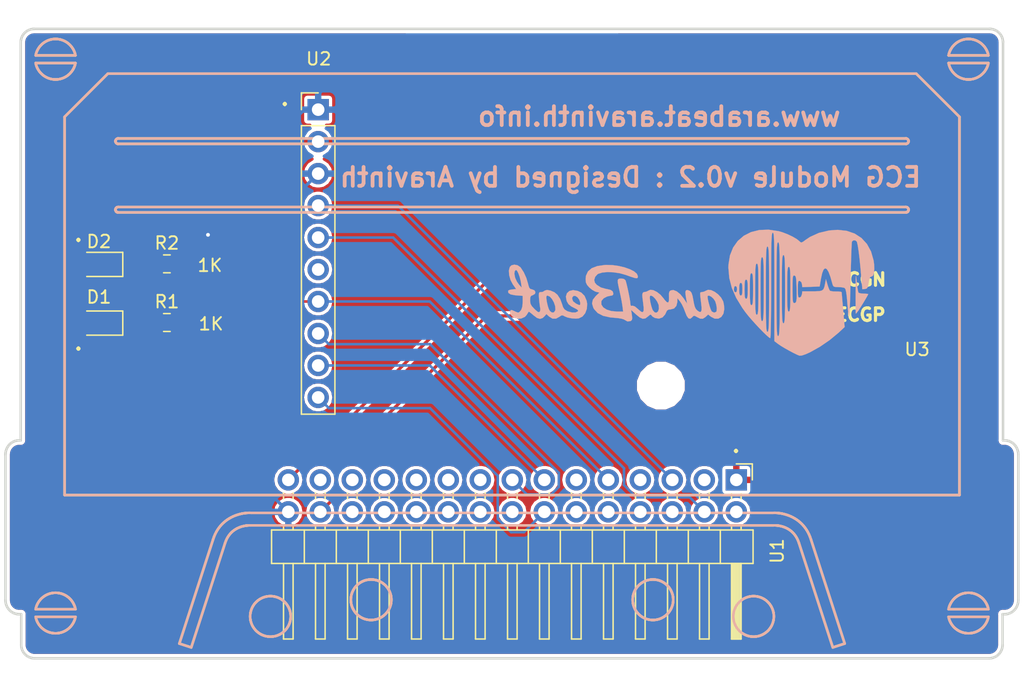
<source format=kicad_pcb>
(kicad_pcb (version 20171130) (host pcbnew "(5.0.1-3-g963ef8bb5)")
  (layers (0 F.Cu mixed) (31 B.Cu mixed) (34 B.Paste user) (35 F.Paste user) (36 B.SilkS user) (37 F.SilkS user) (38 B.Mask user) (39 F.Mask user) (44 Edge.Cuts user))
  (net 0 "")
  (net 1 "Net-(D1-Pad1)")
  (net 2 D7)
  (net 3 5V)
  (net 4 "Net-(D2-Pad1)")
  (net 5 GND)
  (net 6 D2)
  (net 7 D3)
  (net 8 D11)
  (net 9 D12)
  (net 10 D13)
  (net 11 ECGP)
  (net 12 ECGN)
  (net 13 "Net-(U2-Pad6)")
  (net 14 "Net-(U1-Pad2)")
  (net 15 "Net-(U1-Pad3)")
  (net 16 "Net-(U1-Pad6)")
  (net 17 "Net-(U1-Pad7)")
  (net 18 "Net-(U1-Pad8)")
  (net 19 "Net-(U1-Pad10)")
  (net 20 "Net-(U1-Pad11)")
  (net 21 "Net-(U1-Pad12)")
  (net 22 "Net-(U1-Pad16)")
  (net 23 "Net-(U1-Pad17)")
  (net 24 "Net-(U1-Pad18)")
  (net 25 "Net-(U1-Pad19)")
  (net 26 "Net-(U1-Pad20)")
  (net 27 "Net-(U1-Pad21)")
  (net 28 "Net-(U1-Pad22)")
  (net 29 "Net-(U1-Pad23)")
  (net 30 "Net-(U1-Pad24)")
  (net 31 "Net-(U1-Pad25)")
  (net 32 "Net-(U1-Pad26)")
  (net 33 "Net-(U1-Pad27)")
  (module PROTOCENTRAL:MAX30003 (layer F.Cu) (at 125 106.591)
    (fp_text reference U2 (at 0.0442 -4.0312) (layer F.SilkS))
    (fp_text value MAX30003)
    (pad "" np_thru_hole circle (at 27.2034 21.9202) (size 3.3 3.3) (drill 3.3) (layers *.Cu *.Mask))
    (pad 10 thru_hole oval (at 0 22.86) (size 1.7 1.7) (drill 1) (layers *.Cu *.Mask) (net 9 D12))
    (pad 9 thru_hole oval (at 0 20.32) (size 1.7 1.7) (drill 1) (layers *.Cu *.Mask) (net 8 D11))
    (pad 8 thru_hole oval (at 0 17.78) (size 1.7 1.7) (drill 1) (layers *.Cu *.Mask) (net 10 D13))
    (pad 7 thru_hole oval (at 0 15.24) (size 1.7 1.7) (drill 1) (layers *.Cu *.Mask) (net 2 D7))
    (pad 6 thru_hole oval (at 0 12.7) (size 1.7 1.7) (drill 1) (layers *.Cu *.Mask) (net 13 "Net-(U2-Pad6)"))
    (pad 5 thru_hole oval (at 0 10.16) (size 1.7 1.7) (drill 1) (layers *.Cu *.Mask) (net 6 D2))
    (pad 4 thru_hole oval (at 0 7.62) (size 1.7 1.7) (drill 1) (layers *.Cu *.Mask) (net 7 D3))
    (pad 3 thru_hole oval (at 0 5.08) (size 1.7 1.7) (drill 1) (layers *.Cu *.Mask) (net 5 GND))
    (pad 2 thru_hole oval (at 0 2.54) (size 1.7 1.7) (drill 1) (layers *.Cu *.Mask) (net 3 5V))
    (pad 1 thru_hole rect (at 0 0) (size 1.7 1.7) (drill 1) (layers *.Cu *.Mask) (net 5 GND))
  )
  (module LED_SMD:LED_0805_2012Metric_Pad1.15x1.40mm_HandSolder (layer F.Cu) (at 107.632 123.546 180)
    (fp_text reference D1 (at 0.03302 2.06756 180) (layer F.SilkS))
    (fp_text value RED_STATUS_LED)
    (pad 2 smd roundrect (at 1.025 0 180) (size 1.15 1.4) (layers F.Cu F.Paste F.Mask) (roundrect_rratio 0.217391) (net 2 D7))
    (pad 1 smd roundrect (at -1.025 0 180) (size 1.15 1.4) (layers F.Cu F.Paste F.Mask) (roundrect_rratio 0.217391) (net 1 "Net-(D1-Pad1)"))
  )
  (module LED_SMD:LED_0805_2012Metric_Pad1.15x1.40mm_HandSolder (layer F.Cu) (at 107.632 118.885 180)
    (fp_text reference D2 (at 0.03302 1.8161 180) (layer F.SilkS))
    (fp_text value GREEN_PWR_LED)
    (pad 2 smd roundrect (at 1.025 0 180) (size 1.15 1.4) (layers F.Cu F.Paste F.Mask) (roundrect_rratio 0.217391) (net 3 5V))
    (pad 1 smd roundrect (at -1.025 0 180) (size 1.15 1.4) (layers F.Cu F.Paste F.Mask) (roundrect_rratio 0.217391) (net 4 "Net-(D2-Pad1)"))
  )
  (module Resistor_SMD:R_0805_2012Metric_Pad1.15x1.40mm_HandSolder (layer F.Cu) (at 112.992 123.501)
    (fp_text reference R1 (at 0 -1.65) (layer F.SilkS))
    (fp_text value 1K (at 3.5052 0.1085) (layer F.SilkS))
    (pad 2 smd roundrect (at 1.025 0) (size 1.15 1.4) (layers F.Cu F.Paste F.Mask) (roundrect_rratio 0.217391) (net 5 GND))
    (pad 1 smd roundrect (at -1.025 0) (size 1.15 1.4) (layers F.Cu F.Paste F.Mask) (roundrect_rratio 0.217391) (net 1 "Net-(D1-Pad1)"))
  )
  (module Resistor_SMD:R_0805_2012Metric_Pad1.15x1.40mm_HandSolder (layer F.Cu) (at 112.992 118.84)
    (fp_text reference R2 (at 0 -1.65) (layer F.SilkS))
    (fp_text value 1K (at 3.4163 0.1212) (layer F.SilkS))
    (pad 2 smd roundrect (at 1.025 0) (size 1.15 1.4) (layers F.Cu F.Paste F.Mask) (roundrect_rratio 0.217391) (net 5 GND))
    (pad 1 smd roundrect (at -1.025 0) (size 1.15 1.4) (layers F.Cu F.Paste F.Mask) (roundrect_rratio 0.217391) (net 4 "Net-(D2-Pad1)"))
  )
  (module Connector_PinHeader_2.54mm:PinHeader_2x15_P2.54mm_Horizontal (layer F.Cu) (at 158.191 136 270)
    (fp_text reference U1 (at 5.65404 -3.24104 270) (layer F.SilkS))
    (fp_text value 02x15_PIN_HEADER_SOCKET)
    (pad 30 thru_hole oval (at 2.54 35.56 270) (size 1.7 1.7) (drill 1) (layers *.Cu *.Mask) (net 5 GND))
    (pad 29 thru_hole oval (at 0 35.56 270) (size 1.7 1.7) (drill 1) (layers *.Cu *.Mask) (net 12 ECGN))
    (pad 28 thru_hole oval (at 2.54 33.02 270) (size 1.7 1.7) (drill 1) (layers *.Cu *.Mask) (net 11 ECGP))
    (pad 27 thru_hole oval (at 0 33.02 270) (size 1.7 1.7) (drill 1) (layers *.Cu *.Mask) (net 33 "Net-(U1-Pad27)"))
    (pad 26 thru_hole oval (at 2.54 30.48 270) (size 1.7 1.7) (drill 1) (layers *.Cu *.Mask) (net 32 "Net-(U1-Pad26)"))
    (pad 25 thru_hole oval (at 0 30.48 270) (size 1.7 1.7) (drill 1) (layers *.Cu *.Mask) (net 31 "Net-(U1-Pad25)"))
    (pad 24 thru_hole oval (at 2.54 27.94 270) (size 1.7 1.7) (drill 1) (layers *.Cu *.Mask) (net 30 "Net-(U1-Pad24)"))
    (pad 23 thru_hole oval (at 0 27.94 270) (size 1.7 1.7) (drill 1) (layers *.Cu *.Mask) (net 29 "Net-(U1-Pad23)"))
    (pad 22 thru_hole oval (at 2.54 25.4 270) (size 1.7 1.7) (drill 1) (layers *.Cu *.Mask) (net 28 "Net-(U1-Pad22)"))
    (pad 21 thru_hole oval (at 0 25.4 270) (size 1.7 1.7) (drill 1) (layers *.Cu *.Mask) (net 27 "Net-(U1-Pad21)"))
    (pad 20 thru_hole oval (at 2.54 22.86 270) (size 1.7 1.7) (drill 1) (layers *.Cu *.Mask) (net 26 "Net-(U1-Pad20)"))
    (pad 19 thru_hole oval (at 0 22.86 270) (size 1.7 1.7) (drill 1) (layers *.Cu *.Mask) (net 25 "Net-(U1-Pad19)"))
    (pad 18 thru_hole oval (at 2.54 20.32 270) (size 1.7 1.7) (drill 1) (layers *.Cu *.Mask) (net 24 "Net-(U1-Pad18)"))
    (pad 17 thru_hole oval (at 0 20.32 270) (size 1.7 1.7) (drill 1) (layers *.Cu *.Mask) (net 23 "Net-(U1-Pad17)"))
    (pad 16 thru_hole oval (at 2.54 17.78 270) (size 1.7 1.7) (drill 1) (layers *.Cu *.Mask) (net 22 "Net-(U1-Pad16)"))
    (pad 15 thru_hole oval (at 0 17.78 270) (size 1.7 1.7) (drill 1) (layers *.Cu *.Mask) (net 10 D13))
    (pad 14 thru_hole oval (at 2.54 15.24 270) (size 1.7 1.7) (drill 1) (layers *.Cu *.Mask) (net 9 D12))
    (pad 13 thru_hole oval (at 0 15.24 270) (size 1.7 1.7) (drill 1) (layers *.Cu *.Mask) (net 8 D11))
    (pad 12 thru_hole oval (at 2.54 12.7 270) (size 1.7 1.7) (drill 1) (layers *.Cu *.Mask) (net 21 "Net-(U1-Pad12)"))
    (pad 11 thru_hole oval (at 0 12.7 270) (size 1.7 1.7) (drill 1) (layers *.Cu *.Mask) (net 20 "Net-(U1-Pad11)"))
    (pad 10 thru_hole oval (at 2.54 10.16 270) (size 1.7 1.7) (drill 1) (layers *.Cu *.Mask) (net 19 "Net-(U1-Pad10)"))
    (pad 9 thru_hole oval (at 0 10.16 270) (size 1.7 1.7) (drill 1) (layers *.Cu *.Mask) (net 2 D7))
    (pad 8 thru_hole oval (at 2.54 7.62 270) (size 1.7 1.7) (drill 1) (layers *.Cu *.Mask) (net 18 "Net-(U1-Pad8)"))
    (pad 7 thru_hole oval (at 0 7.62 270) (size 1.7 1.7) (drill 1) (layers *.Cu *.Mask) (net 17 "Net-(U1-Pad7)"))
    (pad 6 thru_hole oval (at 2.54 5.08 270) (size 1.7 1.7) (drill 1) (layers *.Cu *.Mask) (net 16 "Net-(U1-Pad6)"))
    (pad 5 thru_hole oval (at 0 5.08 270) (size 1.7 1.7) (drill 1) (layers *.Cu *.Mask) (net 7 D3))
    (pad 4 thru_hole oval (at 2.54 2.54 270) (size 1.7 1.7) (drill 1) (layers *.Cu *.Mask) (net 6 D2))
    (pad 3 thru_hole oval (at 0 2.54 270) (size 1.7 1.7) (drill 1) (layers *.Cu *.Mask) (net 15 "Net-(U1-Pad3)"))
    (pad 2 thru_hole oval (at 2.54 0 270) (size 1.7 1.7) (drill 1) (layers *.Cu *.Mask) (net 14 "Net-(U1-Pad2)"))
    (pad 1 thru_hole rect (at 0 0 270) (size 1.7 1.7) (drill 1) (layers *.Cu *.Mask) (net 3 5V))
  )
  (module ARABEAT:ECG-CASSETTE-SILKSCREEN-EDGECUT (layer F.Cu) (at 100 100)
    (fp_text reference SILK hide)
    (fp_text value CASSETTE-SILKSCREEN)
    (fp_line (start 79.361002 32.865871) (end 79.361002 1.249153) (layer Edge.Cuts) (width 0.2))
    (fp_line (start 79.577737 32.868496) (end 79.504293 32.865871) (layer Edge.Cuts) (width 0.2))
    (fp_line (start 79.649852 32.876258) (end 79.577737 32.868496) (layer Edge.Cuts) (width 0.2))
    (fp_line (start 79.720478 32.888989) (end 79.649852 32.876258) (layer Edge.Cuts) (width 0.2))
    (fp_line (start 79.789457 32.906517) (end 79.720478 32.888989) (layer Edge.Cuts) (width 0.2))
    (fp_line (start 79.856628 32.928675) (end 79.789457 32.906517) (layer Edge.Cuts) (width 0.2))
    (fp_line (start 79.921831 32.955292) (end 79.856628 32.928675) (layer Edge.Cuts) (width 0.2))
    (fp_line (start 79.984907 32.986199) (end 79.921831 32.955292) (layer Edge.Cuts) (width 0.2))
    (fp_line (start 80.045697 33.021227) (end 79.984907 32.986199) (layer Edge.Cuts) (width 0.2))
    (fp_line (start 80.104039 33.060206) (end 80.045697 33.021227) (layer Edge.Cuts) (width 0.2))
    (fp_line (start 80.159775 33.102967) (end 80.104039 33.060206) (layer Edge.Cuts) (width 0.2))
    (fp_line (start 80.212745 33.14934) (end 80.159775 33.102967) (layer Edge.Cuts) (width 0.2))
    (fp_line (start 80.262789 33.199156) (end 80.212745 33.14934) (layer Edge.Cuts) (width 0.2))
    (fp_line (start 80.309748 33.252245) (end 80.262789 33.199156) (layer Edge.Cuts) (width 0.2))
    (fp_line (start 80.353461 33.308438) (end 80.309748 33.252245) (layer Edge.Cuts) (width 0.2))
    (fp_line (start 80.393769 33.367566) (end 80.353461 33.308438) (layer Edge.Cuts) (width 0.2))
    (fp_line (start 80.430512 33.429459) (end 80.393769 33.367566) (layer Edge.Cuts) (width 0.2))
    (fp_line (start 80.463531 33.493947) (end 80.430512 33.429459) (layer Edge.Cuts) (width 0.2))
    (fp_line (start 80.492665 33.560861) (end 80.463531 33.493947) (layer Edge.Cuts) (width 0.2))
    (fp_line (start 80.517756 33.630033) (end 80.492665 33.560861) (layer Edge.Cuts) (width 0.2))
    (fp_line (start 80.538643 33.701291) (end 80.517756 33.630033) (layer Edge.Cuts) (width 0.2))
    (fp_line (start 80.555166 33.774467) (end 80.538643 33.701291) (layer Edge.Cuts) (width 0.2))
    (fp_line (start 80.567166 33.849392) (end 80.555166 33.774467) (layer Edge.Cuts) (width 0.2))
    (fp_line (start 80.574483 33.925895) (end 80.567166 33.849392) (layer Edge.Cuts) (width 0.2))
    (fp_line (start 80.576958 34.003808) (end 80.574483 33.925895) (layer Edge.Cuts) (width 0.2))
    (fp_line (start 80.576958 45.533635) (end 80.576958 34.003808) (layer Edge.Cuts) (width 0.2))
    (fp_line (start 80.574483 45.611511) (end 80.576958 45.533635) (layer Edge.Cuts) (width 0.2))
    (fp_line (start 80.567166 45.687981) (end 80.574483 45.611511) (layer Edge.Cuts) (width 0.2))
    (fp_line (start 80.555166 45.762874) (end 80.567166 45.687981) (layer Edge.Cuts) (width 0.2))
    (fp_line (start 80.538643 45.836022) (end 80.555166 45.762874) (layer Edge.Cuts) (width 0.2))
    (fp_line (start 80.517756 45.907255) (end 80.538643 45.836022) (layer Edge.Cuts) (width 0.2))
    (fp_line (start 80.492665 45.976403) (end 80.517756 45.907255) (layer Edge.Cuts) (width 0.2))
    (fp_line (start 80.463531 46.043297) (end 80.492665 45.976403) (layer Edge.Cuts) (width 0.2))
    (fp_line (start 80.430512 46.107767) (end 80.463531 46.043297) (layer Edge.Cuts) (width 0.2))
    (fp_line (start 80.393769 46.169643) (end 80.430512 46.107767) (layer Edge.Cuts) (width 0.2))
    (fp_line (start 80.353461 46.228757) (end 80.393769 46.169643) (layer Edge.Cuts) (width 0.2))
    (fp_line (start 80.309748 46.284937) (end 80.353461 46.228757) (layer Edge.Cuts) (width 0.2))
    (fp_line (start 80.262789 46.338016) (end 80.309748 46.284937) (layer Edge.Cuts) (width 0.2))
    (fp_line (start 80.212745 46.387823) (end 80.262789 46.338016) (layer Edge.Cuts) (width 0.2))
    (fp_line (start 80.159775 46.434188) (end 80.212745 46.387823) (layer Edge.Cuts) (width 0.2))
    (fp_line (start 80.104039 46.476943) (end 80.159775 46.434188) (layer Edge.Cuts) (width 0.2))
    (fp_line (start 80.045697 46.515917) (end 80.104039 46.476943) (layer Edge.Cuts) (width 0.2))
    (fp_line (start 79.984907 46.550941) (end 80.045697 46.515917) (layer Edge.Cuts) (width 0.2))
    (fp_line (start 79.921831 46.581845) (end 79.984907 46.550941) (layer Edge.Cuts) (width 0.2))
    (fp_line (start 79.856628 46.60846) (end 79.921831 46.581845) (layer Edge.Cuts) (width 0.2))
    (fp_line (start 79.789457 46.630617) (end 79.856628 46.60846) (layer Edge.Cuts) (width 0.2))
    (fp_line (start 79.720478 46.648144) (end 79.789457 46.630617) (layer Edge.Cuts) (width 0.2))
    (fp_line (start 79.649852 46.660874) (end 79.720478 46.648144) (layer Edge.Cuts) (width 0.2))
    (fp_line (start 79.577737 46.668636) (end 79.649852 46.660874) (layer Edge.Cuts) (width 0.2))
    (fp_line (start 79.504293 46.671262) (end 79.577737 46.668636) (layer Edge.Cuts) (width 0.2))
    (fp_line (start 79.325256 46.671262) (end 79.504293 46.671262) (layer Edge.Cuts) (width 0.2))
    (fp_line (start 79.325256 49.103484) (end 79.325256 46.671262) (layer Edge.Cuts) (width 0.2))
    (fp_line (start 79.32278 49.176929) (end 79.325256 49.103484) (layer Edge.Cuts) (width 0.2))
    (fp_line (start 79.315459 49.249049) (end 79.32278 49.176929) (layer Edge.Cuts) (width 0.2))
    (fp_line (start 79.303451 49.319683) (end 79.315459 49.249049) (layer Edge.Cuts) (width 0.2))
    (fp_line (start 79.286918 49.388671) (end 79.303451 49.319683) (layer Edge.Cuts) (width 0.2))
    (fp_line (start 79.26602 49.455854) (end 79.286918 49.388671) (layer Edge.Cuts) (width 0.2))
    (fp_line (start 79.240915 49.521071) (end 79.26602 49.455854) (layer Edge.Cuts) (width 0.2))
    (fp_line (start 79.211766 49.584163) (end 79.240915 49.521071) (layer Edge.Cuts) (width 0.2))
    (fp_line (start 79.17873 49.644969) (end 79.211766 49.584163) (layer Edge.Cuts) (width 0.2))
    (fp_line (start 79.141969 49.703329) (end 79.17873 49.644969) (layer Edge.Cuts) (width 0.2))
    (fp_line (start 79.101643 49.759084) (end 79.141969 49.703329) (layer Edge.Cuts) (width 0.2))
    (fp_line (start 79.05791 49.812073) (end 79.101643 49.759084) (layer Edge.Cuts) (width 0.2))
    (fp_line (start 79.010933 49.862136) (end 79.05791 49.812073) (layer Edge.Cuts) (width 0.2))
    (fp_line (start 78.960869 49.909114) (end 79.010933 49.862136) (layer Edge.Cuts) (width 0.2))
    (fp_line (start 78.90788 49.952846) (end 78.960869 49.909114) (layer Edge.Cuts) (width 0.2))
    (fp_line (start 78.852126 49.993173) (end 78.90788 49.952846) (layer Edge.Cuts) (width 0.2))
    (fp_line (start 78.793765 50.029934) (end 78.852126 49.993173) (layer Edge.Cuts) (width 0.2))
    (fp_line (start 78.732959 50.062969) (end 78.793765 50.029934) (layer Edge.Cuts) (width 0.2))
    (fp_line (start 78.669868 50.092119) (end 78.732959 50.062969) (layer Edge.Cuts) (width 0.2))
    (fp_line (start 78.604651 50.117223) (end 78.669868 50.092119) (layer Edge.Cuts) (width 0.2))
    (fp_line (start 78.537468 50.138122) (end 78.604651 50.117223) (layer Edge.Cuts) (width 0.2))
    (fp_line (start 78.46848 50.154655) (end 78.537468 50.138122) (layer Edge.Cuts) (width 0.2))
    (fp_line (start 78.397846 50.166662) (end 78.46848 50.154655) (layer Edge.Cuts) (width 0.2))
    (fp_line (start 78.325726 50.173984) (end 78.397846 50.166662) (layer Edge.Cuts) (width 0.2))
    (fp_line (start 78.252281 50.17646) (end 78.325726 50.173984) (layer Edge.Cuts) (width 0.2))
    (fp_line (start 2.500897 50.17646) (end 78.252281 50.17646) (layer Edge.Cuts) (width 0.2))
    (fp_line (start 2.427451 50.173984) (end 2.500897 50.17646) (layer Edge.Cuts) (width 0.2))
    (fp_line (start 2.355332 50.166662) (end 2.427451 50.173984) (layer Edge.Cuts) (width 0.2))
    (fp_line (start 2.284698 50.154655) (end 2.355332 50.166662) (layer Edge.Cuts) (width 0.2))
    (fp_line (start 2.215709 50.138122) (end 2.284698 50.154655) (layer Edge.Cuts) (width 0.2))
    (fp_line (start 2.148526 50.117223) (end 2.215709 50.138122) (layer Edge.Cuts) (width 0.2))
    (fp_line (start 2.083309 50.092119) (end 2.148526 50.117223) (layer Edge.Cuts) (width 0.2))
    (fp_line (start 2.020218 50.062969) (end 2.083309 50.092119) (layer Edge.Cuts) (width 0.2))
    (fp_line (start 1.959412 50.029934) (end 2.020218 50.062969) (layer Edge.Cuts) (width 0.2))
    (fp_line (start 1.901052 49.993173) (end 1.959412 50.029934) (layer Edge.Cuts) (width 0.2))
    (fp_line (start 1.845297 49.952846) (end 1.901052 49.993173) (layer Edge.Cuts) (width 0.2))
    (fp_line (start 1.792308 49.909114) (end 1.845297 49.952846) (layer Edge.Cuts) (width 0.2))
    (fp_line (start 1.742245 49.862136) (end 1.792308 49.909114) (layer Edge.Cuts) (width 0.2))
    (fp_line (start 1.695267 49.812073) (end 1.742245 49.862136) (layer Edge.Cuts) (width 0.2))
    (fp_line (start 1.651535 49.759084) (end 1.695267 49.812073) (layer Edge.Cuts) (width 0.2))
    (fp_line (start 1.611209 49.703329) (end 1.651535 49.759084) (layer Edge.Cuts) (width 0.2))
    (fp_line (start 1.574448 49.644969) (end 1.611209 49.703329) (layer Edge.Cuts) (width 0.2))
    (fp_line (start 1.541413 49.584163) (end 1.574448 49.644969) (layer Edge.Cuts) (width 0.2))
    (fp_line (start 1.512263 49.521071) (end 1.541413 49.584163) (layer Edge.Cuts) (width 0.2))
    (fp_line (start 1.487159 49.455854) (end 1.512263 49.521071) (layer Edge.Cuts) (width 0.2))
    (fp_line (start 1.46626 49.388671) (end 1.487159 49.455854) (layer Edge.Cuts) (width 0.2))
    (fp_line (start 1.449727 49.319683) (end 1.46626 49.388671) (layer Edge.Cuts) (width 0.2))
    (fp_line (start 1.43772 49.249049) (end 1.449727 49.319683) (layer Edge.Cuts) (width 0.2))
    (fp_line (start 1.430398 49.176929) (end 1.43772 49.249049) (layer Edge.Cuts) (width 0.2))
    (fp_line (start 1.427922 49.103484) (end 1.430398 49.176929) (layer Edge.Cuts) (width 0.2))
    (fp_line (start 1.427922 46.671262) (end 1.427922 49.103484) (layer Edge.Cuts) (width 0.2))
    (fp_line (start 1.249506 46.671262) (end 1.427922 46.671262) (layer Edge.Cuts) (width 0.2))
    (fp_line (start 1.176025 46.668636) (end 1.249506 46.671262) (layer Edge.Cuts) (width 0.2))
    (fp_line (start 1.103875 46.660874) (end 1.176025 46.668636) (layer Edge.Cuts) (width 0.2))
    (fp_line (start 1.033217 46.648144) (end 1.103875 46.660874) (layer Edge.Cuts) (width 0.2))
    (fp_line (start 0.96421 46.630617) (end 1.033217 46.648144) (layer Edge.Cuts) (width 0.2))
    (fp_line (start 0.897013 46.60846) (end 0.96421 46.630617) (layer Edge.Cuts) (width 0.2))
    (fp_line (start 0.831787 46.581845) (end 0.897013 46.60846) (layer Edge.Cuts) (width 0.2))
    (fp_line (start 0.76869 46.550941) (end 0.831787 46.581845) (layer Edge.Cuts) (width 0.2))
    (fp_line (start 0.707882 46.515917) (end 0.76869 46.550941) (layer Edge.Cuts) (width 0.2))
    (fp_line (start 0.649524 46.476943) (end 0.707882 46.515917) (layer Edge.Cuts) (width 0.2))
    (fp_line (start 0.593773 46.434188) (end 0.649524 46.476943) (layer Edge.Cuts) (width 0.2))
    (fp_line (start 0.540791 46.387823) (end 0.593773 46.434188) (layer Edge.Cuts) (width 0.2))
    (fp_line (start 0.490737 46.338016) (end 0.540791 46.387823) (layer Edge.Cuts) (width 0.2))
    (fp_line (start 0.44377 46.284937) (end 0.490737 46.338016) (layer Edge.Cuts) (width 0.2))
    (fp_line (start 0.400049 46.228757) (end 0.44377 46.284937) (layer Edge.Cuts) (width 0.2))
    (fp_line (start 0.359735 46.169643) (end 0.400049 46.228757) (layer Edge.Cuts) (width 0.2))
    (fp_line (start 0.322988 46.107767) (end 0.359735 46.169643) (layer Edge.Cuts) (width 0.2))
    (fp_line (start 0.289965 46.043297) (end 0.322988 46.107767) (layer Edge.Cuts) (width 0.2))
    (fp_line (start 0.260828 45.976403) (end 0.289965 46.043297) (layer Edge.Cuts) (width 0.2))
    (fp_line (start 0.235736 45.907255) (end 0.260828 45.976403) (layer Edge.Cuts) (width 0.2))
    (fp_line (start 0.214848 45.836022) (end 0.235736 45.907255) (layer Edge.Cuts) (width 0.2))
    (fp_line (start 0.198324 45.762874) (end 0.214848 45.836022) (layer Edge.Cuts) (width 0.2))
    (fp_line (start 0.186323 45.687981) (end 0.198324 45.762874) (layer Edge.Cuts) (width 0.2))
    (fp_line (start 0.179006 45.611511) (end 0.186323 45.687981) (layer Edge.Cuts) (width 0.2))
    (fp_line (start 0.176532 45.533635) (end 0.179006 45.611511) (layer Edge.Cuts) (width 0.2))
    (fp_line (start 0.649524 33.060206) (end 0.593773 33.102967) (layer Edge.Cuts) (width 0.2))
    (fp_line (start 0.707882 33.021227) (end 0.649524 33.060206) (layer Edge.Cuts) (width 0.2))
    (fp_line (start 0.76869 32.986199) (end 0.707882 33.021227) (layer Edge.Cuts) (width 0.2))
    (fp_line (start 0.831787 32.955292) (end 0.76869 32.986199) (layer Edge.Cuts) (width 0.2))
    (fp_line (start 0.897013 32.928675) (end 0.831787 32.955292) (layer Edge.Cuts) (width 0.2))
    (fp_line (start 1.659519 0.540698) (end 1.615786 0.593668) (layer Edge.Cuts) (width 0.2))
    (fp_line (start 1.706497 0.490653) (end 1.659519 0.540698) (layer Edge.Cuts) (width 0.2))
    (fp_line (start 1.756561 0.443694) (end 1.706497 0.490653) (layer Edge.Cuts) (width 0.2))
    (fp_line (start 1.80955 0.399981) (end 1.756561 0.443694) (layer Edge.Cuts) (width 0.2))
    (fp_line (start 1.865304 0.359673) (end 1.80955 0.399981) (layer Edge.Cuts) (width 0.2))
    (fp_line (start 1.923665 0.322929) (end 1.865304 0.359673) (layer Edge.Cuts) (width 0.2))
    (fp_line (start 1.98447 0.28991) (end 1.923665 0.322929) (layer Edge.Cuts) (width 0.2))
    (fp_line (start 2.047562 0.260775) (end 1.98447 0.28991) (layer Edge.Cuts) (width 0.2))
    (fp_line (start 2.112779 0.235685) (end 2.047562 0.260775) (layer Edge.Cuts) (width 0.2))
    (fp_line (start 79.504293 32.865871) (end 79.361002 32.865871) (layer Edge.Cuts) (width 0.2))
    (fp_line (start 1.476513 0.831613) (end 1.451408 0.896817) (layer Edge.Cuts) (width 0.2))
    (fp_line (start 1.505663 0.768537) (end 1.476513 0.831613) (layer Edge.Cuts) (width 0.2))
    (fp_line (start 1.538698 0.707747) (end 1.505663 0.768537) (layer Edge.Cuts) (width 0.2))
    (fp_line (start 1.57546 0.649404) (end 1.538698 0.707747) (layer Edge.Cuts) (width 0.2))
    (fp_line (start 1.615786 0.593668) (end 1.57546 0.649404) (layer Edge.Cuts) (width 0.2))
    (fp_line (start 1.392171 32.865871) (end 1.249506 32.865871) (layer Edge.Cuts) (width 0.2))
    (fp_line (start 1.392171 1.249153) (end 1.392171 32.865871) (layer Edge.Cuts) (width 0.2))
    (fp_line (start 1.394647 1.175709) (end 1.392171 1.249153) (layer Edge.Cuts) (width 0.2))
    (fp_line (start 1.401969 1.103594) (end 1.394647 1.175709) (layer Edge.Cuts) (width 0.2))
    (fp_line (start 1.413976 1.032967) (end 1.401969 1.103594) (layer Edge.Cuts) (width 0.2))
    (fp_line (start 1.430509 0.963988) (end 1.413976 1.032967) (layer Edge.Cuts) (width 0.2))
    (fp_line (start 1.451408 0.896817) (end 1.430509 0.963988) (layer Edge.Cuts) (width 0.2))
    (fp_line (start 2.179961 0.214798) (end 2.112779 0.235685) (layer Edge.Cuts) (width 0.2))
    (fp_line (start 2.248949 0.198274) (end 2.179961 0.214798) (layer Edge.Cuts) (width 0.2))
    (fp_line (start 2.319582 0.186274) (end 2.248949 0.198274) (layer Edge.Cuts) (width 0.2))
    (fp_line (start 2.391701 0.178957) (end 2.319582 0.186274) (layer Edge.Cuts) (width 0.2))
    (fp_line (start 2.465145 0.176482) (end 2.391701 0.178957) (layer Edge.Cuts) (width 0.2))
    (fp_line (start 0.96421 32.906517) (end 0.897013 32.928675) (layer Edge.Cuts) (width 0.2))
    (fp_line (start 1.033217 32.888989) (end 0.96421 32.906517) (layer Edge.Cuts) (width 0.2))
    (fp_line (start 1.103875 32.876258) (end 1.033217 32.888989) (layer Edge.Cuts) (width 0.2))
    (fp_line (start 1.176025 32.868496) (end 1.103875 32.876258) (layer Edge.Cuts) (width 0.2))
    (fp_line (start 1.249506 32.865871) (end 1.176025 32.868496) (layer Edge.Cuts) (width 0.2))
    (fp_line (start 78.82951 0.322929) (end 78.768704 0.28991) (layer Edge.Cuts) (width 0.2))
    (fp_line (start 78.887871 0.359673) (end 78.82951 0.322929) (layer Edge.Cuts) (width 0.2))
    (fp_line (start 78.943625 0.399981) (end 78.887871 0.359673) (layer Edge.Cuts) (width 0.2))
    (fp_line (start 78.996614 0.443694) (end 78.943625 0.399981) (layer Edge.Cuts) (width 0.2))
    (fp_line (start 79.046678 0.490653) (end 78.996614 0.443694) (layer Edge.Cuts) (width 0.2))
    (fp_line (start 79.093656 0.540698) (end 79.046678 0.490653) (layer Edge.Cuts) (width 0.2))
    (fp_line (start 79.137388 0.593668) (end 79.093656 0.540698) (layer Edge.Cuts) (width 0.2))
    (fp_line (start 79.177715 0.649404) (end 79.137388 0.593668) (layer Edge.Cuts) (width 0.2))
    (fp_line (start 79.214476 0.707747) (end 79.177715 0.649404) (layer Edge.Cuts) (width 0.2))
    (fp_line (start 79.247511 0.768537) (end 79.214476 0.707747) (layer Edge.Cuts) (width 0.2))
    (fp_line (start 79.276661 0.831613) (end 79.247511 0.768537) (layer Edge.Cuts) (width 0.2))
    (fp_line (start 79.301765 0.896817) (end 79.276661 0.831613) (layer Edge.Cuts) (width 0.2))
    (fp_line (start 79.322664 0.963988) (end 79.301765 0.896817) (layer Edge.Cuts) (width 0.2))
    (fp_line (start 79.339197 1.032967) (end 79.322664 0.963988) (layer Edge.Cuts) (width 0.2))
    (fp_line (start 79.351204 1.103594) (end 79.339197 1.032967) (layer Edge.Cuts) (width 0.2))
    (fp_line (start 79.358526 1.175709) (end 79.351204 1.103594) (layer Edge.Cuts) (width 0.2))
    (fp_line (start 79.361002 1.249153) (end 79.358526 1.175709) (layer Edge.Cuts) (width 0.2))
    (fp_line (start 0.260828 33.560861) (end 0.235736 33.630033) (layer Edge.Cuts) (width 0.2))
    (fp_line (start 0.289965 33.493947) (end 0.260828 33.560861) (layer Edge.Cuts) (width 0.2))
    (fp_line (start 0.322988 33.429459) (end 0.289965 33.493947) (layer Edge.Cuts) (width 0.2))
    (fp_line (start 0.359735 33.367566) (end 0.322988 33.429459) (layer Edge.Cuts) (width 0.2))
    (fp_line (start 0.400049 33.308438) (end 0.359735 33.367566) (layer Edge.Cuts) (width 0.2))
    (fp_line (start 0.44377 33.252245) (end 0.400049 33.308438) (layer Edge.Cuts) (width 0.2))
    (fp_line (start 0.490737 33.199156) (end 0.44377 33.252245) (layer Edge.Cuts) (width 0.2))
    (fp_line (start 0.540791 33.14934) (end 0.490737 33.199156) (layer Edge.Cuts) (width 0.2))
    (fp_line (start 0.593773 33.102967) (end 0.540791 33.14934) (layer Edge.Cuts) (width 0.2))
    (fp_line (start 0.198324 33.774467) (end 0.186323 33.849392) (layer Edge.Cuts) (width 0.2))
    (fp_line (start 0.214848 33.701291) (end 0.198324 33.774467) (layer Edge.Cuts) (width 0.2))
    (fp_line (start 0.235736 33.630033) (end 0.214848 33.701291) (layer Edge.Cuts) (width 0.2))
    (fp_line (start 0.176532 34.003808) (end 0.176532 45.533635) (layer Edge.Cuts) (width 0.2))
    (fp_line (start 0.179006 33.925895) (end 0.176532 34.003808) (layer Edge.Cuts) (width 0.2))
    (fp_line (start 0.186323 33.849392) (end 0.179006 33.925895) (layer Edge.Cuts) (width 0.2))
    (fp_line (start 78.288027 0.176482) (end 2.465145 0.176482) (layer Edge.Cuts) (width 0.2))
    (fp_line (start 78.361472 0.178957) (end 78.288027 0.176482) (layer Edge.Cuts) (width 0.2))
    (fp_line (start 78.433591 0.186274) (end 78.361472 0.178957) (layer Edge.Cuts) (width 0.2))
    (fp_line (start 78.504225 0.198274) (end 78.433591 0.186274) (layer Edge.Cuts) (width 0.2))
    (fp_line (start 78.573213 0.214798) (end 78.504225 0.198274) (layer Edge.Cuts) (width 0.2))
    (fp_line (start 78.640396 0.235685) (end 78.573213 0.214798) (layer Edge.Cuts) (width 0.2))
    (fp_line (start 78.705613 0.260775) (end 78.640396 0.235685) (layer Edge.Cuts) (width 0.2))
    (fp_line (start 78.768704 0.28991) (end 78.705613 0.260775) (layer Edge.Cuts) (width 0.2))
  )
  (module ARABEAT:MCU-CASSETTE-MARK (layer F.Cu) (at 100 100)
    (fp_text reference MARK hide)
    (fp_text value CASSETTE-MARK)
  )
  (module ARABEAT:ECG-WIRE-TO-BOARD (layer F.Cu) (at 172.39 119.977)
    (fp_text reference U3 (at 0.1524 5.6642) (layer F.SilkS))
    (fp_text value ECG-WIRE-TO-BOARD)
    (pad 2 smd roundrect (at 0 3) (size 3 2) (layers F.Cu F.Paste F.Mask) (net 11 ECGP))
    (pad 1 smd roundrect (at 0 0) (size 3 2) (layers F.Cu F.Paste F.Mask) (net 12 ECGN))
  )
  (module ARABEAT:CASSETTE-LOGO (layer B.Cu) (at 154.6098 121.1072 180)
    (fp_text reference G*** hide)
    (fp_text value LOGO hide)
  )
  (gr_text "Designed by Aravinth" (at 140.3858 101.5) (layer F.Cu) (effects (font (size 1 1) (thickness 0.25))))
  (gr_text . (at 158.1658 133.2992) (layer F.SilkS) (effects (font (size 1 1) (thickness 0.25))))
  (gr_text . (at 122.3518 105.7402) (layer F.SilkS) (effects (font (size 1 1) (thickness 0.25))))
  (gr_text . (at 105.9688 125.1712) (layer F.SilkS) (effects (font (size 1 1) (thickness 0.25))))
  (gr_text . (at 105.9688 116.5352) (layer F.SilkS) (effects (font (size 1 1) (thickness 0.25))))
  (gr_text ECGP (at 168.047991 122.8852) (layer F.SilkS) (effects (font (size 1 1) (thickness 0.25))))
  (gr_text ECGN (at 168.0718 120.0912) (layer F.SilkS) (effects (font (size 1 1) (thickness 0.25))))
  (gr_text www.arabeat.aravinth.info (at 152.0698 107.1372) (layer B.SilkS) (effects (font (size 1.5 1.5) (thickness 0.3)) (justify mirror)))
  (gr_text "ECG Module v0.2 : Designed by Aravinth" (at 149.7838 111.9632) (layer B.SilkS) (effects (font (size 1.5 1.5) (thickness 0.3)) (justify mirror)))
  (segment (start 111.967 123.501) (end 108.702 123.501) (width 0.2032) (layer F.Cu) (net 1))
  (segment (start 108.702 123.501) (end 108.657 123.546) (width 0.2032) (layer F.Cu) (net 1))
  (segment (start 133.862 121.831) (end 148.031 136) (width 0.2032) (layer B.Cu) (net 2))
  (segment (start 125 121.831) (end 133.862 121.831) (width 0.2032) (layer B.Cu) (net 2))
  (segment (start 108.9942 125.9332) (end 106.607 123.546) (width 0.2032) (layer F.Cu) (net 2))
  (segment (start 119.7427 125.9332) (end 108.9942 125.9332) (width 0.2032) (layer F.Cu) (net 2))
  (segment (start 123.8449 121.831) (end 119.7427 125.9332) (width 0.2032) (layer F.Cu) (net 2))
  (segment (start 125 121.831) (end 123.8449 121.831) (width 0.2032) (layer F.Cu) (net 2))
  (segment (start 106.607 118.885) (end 116.361 109.131) (width 0.254) (layer F.Cu) (net 3))
  (segment (start 116.361 109.131) (end 125 109.131) (width 0.254) (layer F.Cu) (net 3))
  (segment (start 166.387 136) (end 158.191 136) (width 0.254) (layer F.Cu) (net 3))
  (segment (start 168.7956 109.131) (end 175.4378 115.7732) (width 0.254) (layer F.Cu) (net 3))
  (segment (start 175.4378 126.9492) (end 166.387 136) (width 0.254) (layer F.Cu) (net 3))
  (segment (start 175.4378 115.7732) (end 175.4378 126.9492) (width 0.254) (layer F.Cu) (net 3))
  (segment (start 125 109.131) (end 168.7956 109.131) (width 0.254) (layer F.Cu) (net 3))
  (segment (start 111.967 118.84) (end 108.702 118.84) (width 0.2032) (layer F.Cu) (net 4))
  (segment (start 108.702 118.84) (end 108.657 118.885) (width 0.2032) (layer F.Cu) (net 4))
  (segment (start 114.017 123.501) (end 114.017 118.84) (width 0.254) (layer F.Cu) (net 5))
  (via (at 116.2558 116.5352) (size 0.6) (drill 0.3) (layers F.Cu B.Cu) (net 5))
  (segment (start 116.2558 116.6012) (end 116.2558 116.5352) (width 0.254) (layer F.Cu) (net 5))
  (segment (start 114.017 118.84) (end 116.2558 116.6012) (width 0.254) (layer F.Cu) (net 5))
  (segment (start 116.2558 116.5352) (end 119.8118 116.5352) (width 0.254) (layer B.Cu) (net 5))
  (segment (start 119.8118 135.7208) (end 122.631 138.54) (width 0.254) (layer B.Cu) (net 5))
  (segment (start 119.8118 116.5352) (end 119.8118 135.7208) (width 0.254) (layer B.Cu) (net 5))
  (segment (start 123.3678 107.1192) (end 123.3678 113.3032) (width 0.254) (layer B.Cu) (net 5))
  (segment (start 123.896 106.591) (end 123.3678 107.1192) (width 0.254) (layer B.Cu) (net 5))
  (segment (start 125 106.591) (end 123.896 106.591) (width 0.254) (layer B.Cu) (net 5))
  (segment (start 123.3678 113.3032) (end 125 111.671) (width 0.254) (layer B.Cu) (net 5))
  (segment (start 123.3678 114.5032) (end 123.3678 113.3032) (width 0.254) (layer B.Cu) (net 5))
  (segment (start 121.3358 116.5352) (end 123.3678 114.5032) (width 0.254) (layer B.Cu) (net 5))
  (segment (start 119.8118 116.5352) (end 121.3358 116.5352) (width 0.254) (layer B.Cu) (net 5))
  (segment (start 149.276247 135.077647) (end 130.9496 116.751) (width 0.2032) (layer B.Cu) (net 6))
  (segment (start 155.651 138.54) (end 154.496199 137.385199) (width 0.2032) (layer B.Cu) (net 6))
  (segment (start 150.247093 137.385199) (end 149.276247 136.414353) (width 0.2032) (layer B.Cu) (net 6))
  (segment (start 149.276247 136.414353) (end 149.276247 135.077647) (width 0.2032) (layer B.Cu) (net 6))
  (segment (start 130.9496 116.751) (end 125 116.751) (width 0.2032) (layer B.Cu) (net 6))
  (segment (start 154.496199 137.385199) (end 150.247093 137.385199) (width 0.2032) (layer B.Cu) (net 6))
  (segment (start 131.322 114.211) (end 153.111 136) (width 0.2032) (layer B.Cu) (net 7))
  (segment (start 125 114.211) (end 131.322 114.211) (width 0.2032) (layer B.Cu) (net 7))
  (segment (start 133.862 126.911) (end 142.951 136) (width 0.2032) (layer B.Cu) (net 8))
  (segment (start 125 126.911) (end 133.862 126.911) (width 0.2032) (layer B.Cu) (net 8))
  (segment (start 139.256199 139.094305) (end 140.319094 140.1572) (width 0.2032) (layer B.Cu) (net 9))
  (segment (start 139.256199 135.676093) (end 139.256199 139.094305) (width 0.2032) (layer B.Cu) (net 9))
  (segment (start 125.849999 130.300999) (end 133.881105 130.300999) (width 0.2032) (layer B.Cu) (net 9))
  (segment (start 133.881105 130.300999) (end 139.256199 135.676093) (width 0.2032) (layer B.Cu) (net 9))
  (segment (start 125 129.451) (end 125.849999 130.300999) (width 0.2032) (layer B.Cu) (net 9))
  (segment (start 141.3338 140.1572) (end 142.951 138.54) (width 0.2032) (layer B.Cu) (net 9))
  (segment (start 140.319094 140.1572) (end 141.3338 140.1572) (width 0.2032) (layer B.Cu) (net 9))
  (segment (start 141.260999 136.849999) (end 140.411 136) (width 0.2032) (layer B.Cu) (net 10))
  (segment (start 144.105801 136.554305) (end 143.505305 137.154801) (width 0.2032) (layer B.Cu) (net 10))
  (segment (start 141.565801 137.154801) (end 141.260999 136.849999) (width 0.2032) (layer B.Cu) (net 10))
  (segment (start 144.105801 135.445695) (end 144.105801 136.554305) (width 0.2032) (layer B.Cu) (net 10))
  (segment (start 143.505305 137.154801) (end 141.565801 137.154801) (width 0.2032) (layer B.Cu) (net 10))
  (segment (start 133.881105 125.220999) (end 144.105801 135.445695) (width 0.2032) (layer B.Cu) (net 10))
  (segment (start 125.849999 125.220999) (end 133.881105 125.220999) (width 0.2032) (layer B.Cu) (net 10))
  (segment (start 125 124.371) (end 125.849999 125.220999) (width 0.2032) (layer B.Cu) (net 10))
  (segment (start 138.3636 122.977) (end 172.39 122.977) (width 0.254) (layer F.Cu) (net 11))
  (segment (start 126.402001 134.938599) (end 138.3636 122.977) (width 0.254) (layer F.Cu) (net 11))
  (segment (start 126.402001 137.308999) (end 126.402001 134.938599) (width 0.254) (layer F.Cu) (net 11))
  (segment (start 125.171 138.54) (end 126.402001 137.308999) (width 0.254) (layer F.Cu) (net 11))
  (segment (start 138.654 119.977) (end 122.631 136) (width 0.254) (layer F.Cu) (net 12))
  (segment (start 172.39 119.977) (end 138.654 119.977) (width 0.254) (layer F.Cu) (net 12))
  (zone (net 3) (net_name 5V) (layer F.Cu) (connect_pads (clearance 0.254)) (min_thickness 0.254) (fill yes (arc_segments 16) (thermal_gap 0.508) (thermal_bridge_width 0.508))
    (polygon (pts (xy 99.9998 99.7712) (xy 99.7458 150.5712) (xy 181.0258 150.5712) (xy 181.0258 99.7712)))
  )
  (zone (net 5) (net_name GND) (layer B.Cu) (connect_pads (clearance 0.254)) (min_thickness 0.254) (fill yes (arc_segments 16) (thermal_gap 0.508) (thermal_bridge_width 0.508))
    (polygon (pts (xy 99.9998 99.7712) (xy 99.7458 150.5712) (xy 181.0258 150.5712) (xy 181.0258 99.7712)))
  )
)
</source>
